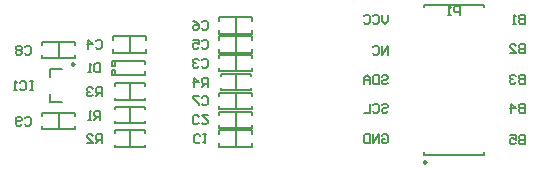
<source format=gbo>
G04*
G04 #@! TF.GenerationSoftware,Altium Limited,Altium Designer,20.2.6 (244)*
G04*
G04 Layer_Color=32896*
%FSLAX25Y25*%
%MOIN*%
G70*
G04*
G04 #@! TF.SameCoordinates,1782C56F-5B0B-48C2-A17B-6D9890C7136C*
G04*
G04*
G04 #@! TF.FilePolarity,Positive*
G04*
G01*
G75*
%ADD13C,0.00504*%
%ADD35C,0.00984*%
%ADD36C,0.00591*%
%ADD37C,0.00787*%
D13*
X466425Y322755D02*
Y319756D01*
X464926D01*
X464426Y320256D01*
Y320756D01*
X464926Y321255D01*
X466425D01*
X464926D01*
X464426Y321755D01*
Y322255D01*
X464926Y322755D01*
X466425D01*
X463426Y319756D02*
X462427D01*
X462926D01*
Y322755D01*
X463426Y322255D01*
X466425Y293109D02*
Y290110D01*
X464926D01*
X464426Y290610D01*
Y291110D01*
X464926Y291610D01*
X466425D01*
X464926D01*
X464426Y292110D01*
Y292609D01*
X464926Y293109D01*
X466425D01*
X461927Y290110D02*
Y293109D01*
X463426Y291610D01*
X461427D01*
X418756Y292609D02*
X419256Y293109D01*
X420256D01*
X420756Y292609D01*
Y292110D01*
X420256Y291610D01*
X419256D01*
X418756Y291110D01*
Y290610D01*
X419256Y290110D01*
X420256D01*
X420756Y290610D01*
X415758Y292609D02*
X416257Y293109D01*
X417257D01*
X417757Y292609D01*
Y290610D01*
X417257Y290110D01*
X416257D01*
X415758Y290610D01*
X414758Y293109D02*
Y290110D01*
X412758D01*
X420756Y322834D02*
Y320834D01*
X419756Y319835D01*
X418756Y320834D01*
Y322834D01*
X415758Y322334D02*
X416257Y322834D01*
X417257D01*
X417757Y322334D01*
Y320335D01*
X417257Y319835D01*
X416257D01*
X415758Y320335D01*
X412758Y322334D02*
X413258Y322834D01*
X414258D01*
X414758Y322334D01*
Y320335D01*
X414258Y319835D01*
X413258D01*
X412758Y320335D01*
X466425Y302912D02*
Y299913D01*
X464926D01*
X464426Y300413D01*
Y300913D01*
X464926Y301413D01*
X466425D01*
X464926D01*
X464426Y301913D01*
Y302413D01*
X464926Y302912D01*
X466425D01*
X463426Y302413D02*
X462926Y302912D01*
X461927D01*
X461427Y302413D01*
Y301913D01*
X461927Y301413D01*
X462427D01*
X461927D01*
X461427Y300913D01*
Y300413D01*
X461927Y299913D01*
X462926D01*
X463426Y300413D01*
X466425Y313070D02*
Y310071D01*
X464926D01*
X464426Y310571D01*
Y311071D01*
X464926Y311570D01*
X466425D01*
X464926D01*
X464426Y312070D01*
Y312570D01*
X464926Y313070D01*
X466425D01*
X461427Y310071D02*
X463426D01*
X461427Y312070D01*
Y312570D01*
X461927Y313070D01*
X462926D01*
X463426Y312570D01*
X418756Y282531D02*
X419256Y283031D01*
X420256D01*
X420756Y282531D01*
Y280531D01*
X420256Y280031D01*
X419256D01*
X418756Y280531D01*
Y281531D01*
X419756D01*
X417757Y280031D02*
Y283031D01*
X415758Y280031D01*
Y283031D01*
X414758D02*
Y280031D01*
X413258D01*
X412758Y280531D01*
Y282531D01*
X413258Y283031D01*
X414758D01*
X466425Y282597D02*
Y279598D01*
X464926D01*
X464426Y280098D01*
Y280598D01*
X464926Y281098D01*
X466425D01*
X464926D01*
X464426Y281598D01*
Y282098D01*
X464926Y282597D01*
X466425D01*
X461427D02*
X463426D01*
Y281098D01*
X462427Y281598D01*
X461927D01*
X461427Y281098D01*
Y280098D01*
X461927Y279598D01*
X462926D01*
X463426Y280098D01*
X418756Y302098D02*
X419256Y302597D01*
X420256D01*
X420756Y302098D01*
Y301598D01*
X420256Y301098D01*
X419256D01*
X418756Y300598D01*
Y300098D01*
X419256Y299598D01*
X420256D01*
X420756Y300098D01*
X417757Y302597D02*
Y299598D01*
X416257D01*
X415758Y300098D01*
Y302098D01*
X416257Y302597D01*
X417757D01*
X414758Y299598D02*
Y301598D01*
X413758Y302597D01*
X412758Y301598D01*
Y299598D01*
Y301098D01*
X414758D01*
X420756Y309559D02*
Y312558D01*
X418756Y309559D01*
Y312558D01*
X415758Y312058D02*
X416257Y312558D01*
X417257D01*
X417757Y312058D01*
Y310059D01*
X417257Y309559D01*
X416257D01*
X415758Y310059D01*
X358768Y320330D02*
X359267Y320830D01*
X360267D01*
X360767Y320330D01*
Y318331D01*
X360267Y317831D01*
X359267D01*
X358768Y318331D01*
X355768Y320830D02*
X356768Y320330D01*
X357768Y319331D01*
Y318331D01*
X357268Y317831D01*
X356268D01*
X355768Y318331D01*
Y318831D01*
X356268Y319331D01*
X357768D01*
X358268Y280496D02*
X357768Y279996D01*
X356768D01*
X356268Y280496D01*
Y282496D01*
X356768Y282996D01*
X357768D01*
X358268Y282496D01*
X359267Y282996D02*
X360267D01*
X359767D01*
Y279996D01*
X359267Y280496D01*
X444755Y322634D02*
Y325633D01*
X443256D01*
X442756Y325133D01*
Y324134D01*
X443256Y323634D01*
X444755D01*
X441756Y322634D02*
X440757D01*
X441256D01*
Y325633D01*
X441756Y325133D01*
X299712Y288401D02*
X300212Y288901D01*
X301212D01*
X301712Y288401D01*
Y286402D01*
X301212Y285902D01*
X300212D01*
X299712Y286402D01*
X298713D02*
X298213Y285902D01*
X297213D01*
X296713Y286402D01*
Y288401D01*
X297213Y288901D01*
X298213D01*
X298713Y288401D01*
Y287901D01*
X298213Y287402D01*
X296713D01*
X299712Y312023D02*
X300212Y312523D01*
X301212D01*
X301712Y312023D01*
Y310024D01*
X301212Y309524D01*
X300212D01*
X299712Y310024D01*
X298713Y312023D02*
X298213Y312523D01*
X297213D01*
X296713Y312023D01*
Y311524D01*
X297213Y311024D01*
X296713Y310524D01*
Y310024D01*
X297213Y309524D01*
X298213D01*
X298713Y310024D01*
Y310524D01*
X298213Y311024D01*
X298713Y311524D01*
Y312023D01*
X298213Y311024D02*
X297213D01*
X324834Y287871D02*
Y290870D01*
X323335D01*
X322835Y290370D01*
Y289370D01*
X323335Y288870D01*
X324834D01*
X323834D02*
X322835Y287871D01*
X321835D02*
X320835D01*
X321335D01*
Y290870D01*
X321835Y290370D01*
X302462Y300712D02*
X301462D01*
X301962D01*
Y297713D01*
X302462D01*
X301462D01*
X297963Y300212D02*
X298463Y300712D01*
X299463D01*
X299962Y300212D01*
Y298213D01*
X299463Y297713D01*
X298463D01*
X297963Y298213D01*
X296963Y297713D02*
X295964D01*
X296463D01*
Y300712D01*
X296963Y300212D01*
X360767Y298894D02*
Y301893D01*
X359267D01*
X358768Y301393D01*
Y300394D01*
X359267Y299894D01*
X360767D01*
X359767D02*
X358768Y298894D01*
X356268D02*
Y301893D01*
X357768Y300394D01*
X355768D01*
X325334Y279996D02*
Y282996D01*
X323834D01*
X323335Y282496D01*
Y281496D01*
X323834Y280996D01*
X325334D01*
X324334D02*
X323335Y279996D01*
X320336D02*
X322335D01*
X320336Y281996D01*
Y282496D01*
X320835Y282996D01*
X321835D01*
X322335Y282496D01*
X325334Y295745D02*
Y298744D01*
X323834D01*
X323335Y298244D01*
Y297244D01*
X323834Y296744D01*
X325334D01*
X324334D02*
X323335Y295745D01*
X322335Y298244D02*
X321835Y298744D01*
X320835D01*
X320336Y298244D01*
Y297744D01*
X320835Y297244D01*
X321335D01*
X320835D01*
X320336Y296744D01*
Y296244D01*
X320835Y295745D01*
X321835D01*
X322335Y296244D01*
X324834Y306618D02*
Y303619D01*
X323335D01*
X322835Y304118D01*
Y306118D01*
X323335Y306618D01*
X324834D01*
X321835Y303619D02*
X320835D01*
X321335D01*
Y306618D01*
X321835Y306118D01*
X358768Y307693D02*
X359267Y308192D01*
X360267D01*
X360767Y307693D01*
Y305693D01*
X360267Y305193D01*
X359267D01*
X358768Y305693D01*
X357768Y307693D02*
X357268Y308192D01*
X356268D01*
X355768Y307693D01*
Y307193D01*
X356268Y306693D01*
X356768D01*
X356268D01*
X355768Y306193D01*
Y305693D01*
X356268Y305193D01*
X357268D01*
X357768Y305693D01*
X323335Y313992D02*
X323834Y314492D01*
X324834D01*
X325334Y313992D01*
Y311993D01*
X324834Y311493D01*
X323834D01*
X323335Y311993D01*
X320835Y311493D02*
Y314492D01*
X322335Y312992D01*
X320336D01*
X358768Y295094D02*
X359267Y295594D01*
X360267D01*
X360767Y295094D01*
Y293095D01*
X360267Y292595D01*
X359267D01*
X358768Y293095D01*
X357768Y295594D02*
X355768D01*
Y295094D01*
X357768Y293095D01*
Y292595D01*
X357768Y286796D02*
X357268Y286296D01*
X356268D01*
X355768Y286796D01*
Y288795D01*
X356268Y289295D01*
X357268D01*
X357768Y288795D01*
X360767Y289295D02*
X358768D01*
X360767Y287295D01*
Y286796D01*
X360267Y286296D01*
X359267D01*
X358768Y286796D01*
X358768Y313992D02*
X359267Y314492D01*
X360267D01*
X360767Y313992D01*
Y311993D01*
X360267Y311493D01*
X359267D01*
X358768Y311993D01*
X355768Y314492D02*
X357768D01*
Y312992D01*
X356768Y313492D01*
X356268D01*
X355768Y312992D01*
Y311993D01*
X356268Y311493D01*
X357268D01*
X357768Y311993D01*
D35*
X316043Y306398D02*
X315305Y306824D01*
Y305971D01*
X316043Y306398D01*
X433405Y273681D02*
X432667Y274107D01*
Y273255D01*
X433405Y273681D01*
D36*
X364567Y320866D02*
Y322047D01*
X375590D01*
Y320866D02*
Y322047D01*
Y316535D02*
Y317717D01*
X364567Y316535D02*
X375590D01*
X364567D02*
Y317717D01*
X370079Y316535D02*
Y322047D01*
Y310236D02*
Y315748D01*
X364567Y310236D02*
Y311417D01*
Y310236D02*
X375590D01*
Y311417D01*
Y314567D02*
Y315748D01*
X364567D02*
X375590D01*
X364567Y314567D02*
Y315748D01*
Y295669D02*
Y296850D01*
X375590D01*
Y295669D02*
Y296850D01*
Y291339D02*
Y292520D01*
X364567Y291339D02*
X375590D01*
X364567D02*
Y292520D01*
X370079Y291339D02*
Y296850D01*
X364567Y308268D02*
Y309449D01*
X375590D01*
Y308268D02*
Y309449D01*
Y303937D02*
Y305118D01*
X364567Y303937D02*
X375590D01*
X364567D02*
Y305118D01*
X370079Y303937D02*
Y309449D01*
X365079Y302394D02*
Y303150D01*
X375079D01*
Y302394D02*
Y303150D01*
Y297638D02*
Y298394D01*
X365079Y297638D02*
X375079D01*
X365079D02*
Y298394D01*
X370079Y297638D02*
Y303150D01*
X364567Y289370D02*
Y290551D01*
X375590D01*
Y289370D02*
Y290551D01*
Y285039D02*
Y286221D01*
X364567Y285039D02*
X375590D01*
X364567D02*
Y286221D01*
X370079Y285039D02*
Y290551D01*
Y278740D02*
Y284252D01*
X364567Y278740D02*
Y279921D01*
Y278740D02*
X375590D01*
Y279921D01*
Y283071D02*
Y284252D01*
X364567D02*
X375590D01*
X364567Y283071D02*
Y284252D01*
X311024Y284646D02*
Y290158D01*
X305512Y284646D02*
Y285827D01*
Y284646D02*
X316535D01*
Y285827D01*
Y288976D02*
Y290158D01*
X305512D02*
X316535D01*
X305512Y288976D02*
Y290158D01*
X311024Y308268D02*
Y313779D01*
X316535Y312598D02*
Y313779D01*
X305512D02*
X316535D01*
X305512Y312598D02*
Y313779D01*
Y308268D02*
Y309449D01*
Y308268D02*
X316535D01*
Y309449D01*
X339646Y278740D02*
Y279496D01*
X329646Y278740D02*
X339646D01*
X329646D02*
Y279496D01*
Y283496D02*
Y284252D01*
X339646D01*
Y283496D02*
Y284252D01*
X334646Y278740D02*
Y284252D01*
X339646Y286614D02*
Y287370D01*
X329646Y286614D02*
X339646D01*
X329646D02*
Y287370D01*
Y291370D02*
Y292126D01*
X339646D01*
Y291370D02*
Y292126D01*
X334646Y286614D02*
Y292126D01*
X329646Y299244D02*
Y300000D01*
X339646D01*
Y299244D02*
Y300000D01*
Y294488D02*
Y295244D01*
X329646Y294488D02*
X339646D01*
X329646D02*
Y295244D01*
X334646Y294488D02*
Y300000D01*
X329134Y314567D02*
Y315748D01*
X340158D01*
Y314567D02*
Y315748D01*
Y310236D02*
Y311417D01*
X329134Y310236D02*
X340158D01*
X329134D02*
Y311417D01*
X334646Y310236D02*
Y315748D01*
D37*
X308268Y293701D02*
Y296358D01*
Y293701D02*
X312205D01*
X308268Y302067D02*
Y304724D01*
X312205D01*
X452913Y325256D02*
Y326181D01*
X432913Y325256D02*
Y326181D01*
X452913D01*
X432913Y276181D02*
X452913D01*
X432913D02*
Y277106D01*
X452913Y276181D02*
Y277106D01*
X329626Y305906D02*
Y307480D01*
X328862Y307480D02*
X339665D01*
X328862Y305906D02*
X329626D01*
X328862D02*
Y307480D01*
X339665Y306299D02*
Y307480D01*
Y302756D02*
Y303937D01*
X328862Y302756D02*
Y304331D01*
X329626D01*
X328862Y302756D02*
X339665D01*
X329626Y302756D02*
Y304331D01*
M02*

</source>
